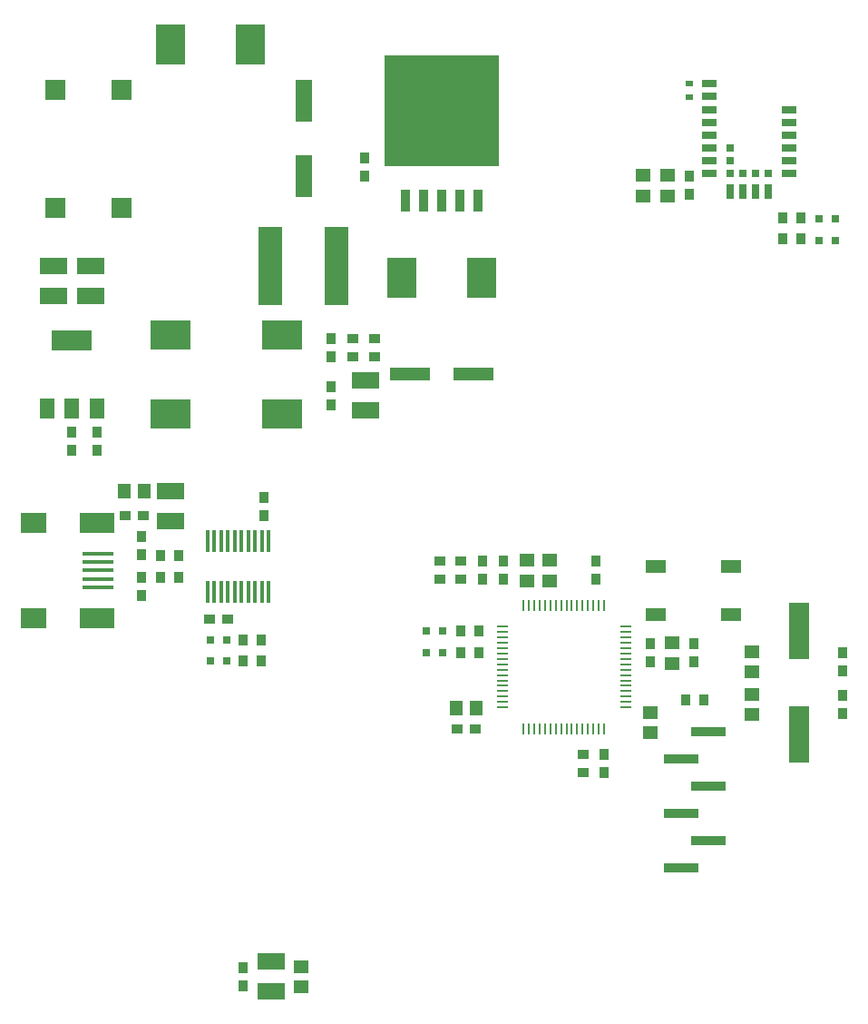
<source format=gtp>
G04 EAGLE Gerber RS-274X export*
G75*
%MOMM*%
%FSLAX34Y34*%
%LPD*%
%INSolderpaste Top*%
%IPPOS*%
%AMOC8*
5,1,8,0,0,1.08239X$1,22.5*%
G01*
%ADD10R,1.100000X0.200000*%
%ADD11R,0.200000X1.100000*%
%ADD12R,1.000000X0.900000*%
%ADD13R,1.200000X1.400000*%
%ADD14R,1.400000X1.200000*%
%ADD15R,0.900000X1.000000*%
%ADD16R,1.830400X5.234000*%
%ADD17R,1.400000X1.900000*%
%ADD18R,3.700000X1.900000*%
%ADD19R,2.400000X1.900000*%
%ADD20R,3.200000X1.900000*%
%ADD21R,3.000000X0.400000*%
%ADD22R,2.600000X1.500000*%
%ADD23R,1.900000X1.200000*%
%ADD24R,1.900000X1.900000*%
%ADD25R,3.202000X0.916000*%
%ADD26R,0.700000X0.700000*%
%ADD27R,10.700000X10.310000*%
%ADD28R,0.966800X2.059000*%
%ADD29R,2.300000X7.400000*%
%ADD30R,3.700000X1.300000*%
%ADD31R,2.700000X3.700000*%
%ADD32R,1.500000X3.900000*%
%ADD33R,3.700000X2.700000*%
%ADD34R,0.300000X2.150000*%
%ADD35R,1.400000X0.700000*%
%ADD36R,0.700000X1.400000*%
%ADD37R,0.800000X0.600000*%


D10*
X587500Y291500D03*
X587500Y296500D03*
X587500Y301500D03*
X587500Y306500D03*
X587500Y311500D03*
X587500Y316500D03*
X587500Y321500D03*
X587500Y326500D03*
X587500Y331500D03*
X587500Y336500D03*
X587500Y341500D03*
X587500Y346500D03*
X587500Y351500D03*
X587500Y356500D03*
X587500Y361500D03*
X587500Y366500D03*
D11*
X567500Y386500D03*
X562500Y386500D03*
X557500Y386500D03*
X552500Y386500D03*
X547500Y386500D03*
X542500Y386500D03*
X537500Y386500D03*
X532500Y386500D03*
X527500Y386500D03*
X522500Y386500D03*
X517500Y386500D03*
X512500Y386500D03*
X507500Y386500D03*
X502500Y386500D03*
X497500Y386500D03*
X492500Y386500D03*
D10*
X472500Y366500D03*
X472500Y361500D03*
X472500Y356500D03*
X472500Y351500D03*
X472500Y346500D03*
X472500Y341500D03*
X472500Y336500D03*
X472500Y331500D03*
X472500Y326500D03*
X472500Y321500D03*
X472500Y316500D03*
X472500Y311500D03*
X472500Y306500D03*
X472500Y301500D03*
X472500Y296500D03*
X472500Y291500D03*
D11*
X492500Y271500D03*
X497500Y271500D03*
X502500Y271500D03*
X507500Y271500D03*
X512500Y271500D03*
X517500Y271500D03*
X522500Y271500D03*
X527500Y271500D03*
X532500Y271500D03*
X537500Y271500D03*
X542500Y271500D03*
X547500Y271500D03*
X552500Y271500D03*
X557500Y271500D03*
X562500Y271500D03*
X567500Y271500D03*
D12*
X447500Y271000D03*
X430500Y271000D03*
D13*
X448500Y291000D03*
X429500Y291000D03*
D14*
X706000Y284500D03*
X706000Y303500D03*
D15*
X611000Y350500D03*
X611000Y333500D03*
X560000Y410500D03*
X560000Y427500D03*
X474000Y410500D03*
X474000Y427500D03*
D14*
X706000Y343500D03*
X706000Y324500D03*
D15*
X790000Y285500D03*
X790000Y302500D03*
X568000Y247500D03*
X568000Y230500D03*
D14*
X496000Y428500D03*
X496000Y409500D03*
X517000Y409500D03*
X517000Y428500D03*
D15*
X790000Y342500D03*
X790000Y325500D03*
D16*
X750000Y265740D03*
X750000Y362260D03*
D15*
X651000Y350500D03*
X651000Y333500D03*
D12*
X548000Y230500D03*
X548000Y247500D03*
D14*
X611000Y286500D03*
X611000Y267500D03*
D17*
X48000Y570500D03*
X71000Y570500D03*
X94000Y570500D03*
D18*
X71000Y633500D03*
D19*
X35000Y374500D03*
X35000Y463500D03*
D20*
X94000Y374500D03*
X94000Y463500D03*
D21*
X95000Y435000D03*
X95000Y427000D03*
X95000Y419000D03*
X95000Y411000D03*
X95000Y403000D03*
D22*
X163000Y493000D03*
X163000Y465000D03*
X54000Y675000D03*
X54000Y703000D03*
X88000Y675000D03*
X88000Y703000D03*
D15*
X71000Y548500D03*
X71000Y531500D03*
X94000Y548500D03*
X94000Y531500D03*
D13*
X138500Y493000D03*
X119500Y493000D03*
D23*
X616000Y422500D03*
X686000Y422500D03*
X616000Y377500D03*
X686000Y377500D03*
D24*
X55500Y867000D03*
X117000Y867000D03*
X55500Y757000D03*
X117000Y757000D03*
D25*
X664700Y268700D03*
X639300Y243300D03*
X664700Y217900D03*
X639300Y192500D03*
X664700Y167100D03*
X639300Y141700D03*
D15*
X643500Y298000D03*
X660500Y298000D03*
D26*
X401500Y363000D03*
X416500Y363000D03*
X401500Y342000D03*
X416500Y342000D03*
D15*
X433500Y342000D03*
X450500Y342000D03*
X433500Y363000D03*
X450500Y363000D03*
D27*
X416000Y847400D03*
D28*
X381964Y764088D03*
X398982Y764088D03*
X416000Y764088D03*
X433018Y764088D03*
X450036Y764088D03*
D29*
X318000Y703000D03*
X256000Y703000D03*
D15*
X313000Y618500D03*
X313000Y635500D03*
D12*
X353000Y618500D03*
X353000Y635500D03*
X333000Y635500D03*
X333000Y618500D03*
D30*
X446000Y602000D03*
X386000Y602000D03*
D15*
X313000Y590500D03*
X313000Y573500D03*
D31*
X379000Y692000D03*
X453000Y692000D03*
D22*
X345000Y596000D03*
X345000Y568000D03*
D32*
X287000Y857500D03*
X287000Y786500D03*
D15*
X344000Y786500D03*
X344000Y803500D03*
D31*
X237000Y910000D03*
X163000Y910000D03*
D33*
X267000Y565000D03*
X267000Y639000D03*
X163000Y639000D03*
X163000Y565000D03*
D15*
X153500Y433000D03*
X170500Y433000D03*
X153500Y413000D03*
X170500Y413000D03*
X136000Y433500D03*
X136000Y450500D03*
X136000Y412500D03*
X136000Y395500D03*
D12*
X120500Y470000D03*
X137500Y470000D03*
D34*
X254575Y446750D03*
X248225Y446750D03*
X241875Y446750D03*
X235525Y446750D03*
X229175Y446750D03*
X222825Y446750D03*
X216475Y446750D03*
X210125Y446750D03*
X203775Y446750D03*
X197425Y446750D03*
X197425Y399250D03*
X203775Y399250D03*
X210125Y399250D03*
X216475Y399250D03*
X222825Y399250D03*
X229175Y399250D03*
X235525Y399250D03*
X241875Y399250D03*
X248225Y399250D03*
X254575Y399250D03*
D15*
X250000Y470500D03*
X250000Y487500D03*
D12*
X216500Y374000D03*
X199500Y374000D03*
D26*
X215500Y335000D03*
X200500Y335000D03*
X215500Y354000D03*
X200500Y354000D03*
D15*
X247500Y335000D03*
X230500Y335000D03*
X247500Y354000D03*
X230500Y354000D03*
D35*
X665500Y861000D03*
X665500Y849000D03*
X665500Y837000D03*
X665500Y825000D03*
X665500Y813000D03*
X665500Y801000D03*
X665500Y789000D03*
D36*
X685000Y772500D03*
X697000Y772500D03*
X709000Y772500D03*
X721000Y772500D03*
D35*
X740500Y789000D03*
X740500Y801000D03*
X740500Y813000D03*
X740500Y825000D03*
X740500Y837000D03*
X740500Y849000D03*
X665500Y873000D03*
D26*
X721000Y789000D03*
X709000Y789000D03*
X697000Y789000D03*
X685000Y789000D03*
X685000Y801000D03*
X685000Y813000D03*
D37*
X647000Y873500D03*
X647000Y860500D03*
D26*
X783500Y727000D03*
X768500Y727000D03*
X783500Y747000D03*
X768500Y747000D03*
D15*
X734500Y728000D03*
X751500Y728000D03*
X734500Y748000D03*
X751500Y748000D03*
D14*
X604000Y787500D03*
X604000Y768500D03*
D15*
X647000Y786500D03*
X647000Y769500D03*
D14*
X627000Y787500D03*
X627000Y768500D03*
D22*
X257000Y26300D03*
X257000Y54300D03*
D15*
X231000Y31800D03*
X231000Y48800D03*
D14*
X285000Y49800D03*
X285000Y30800D03*
D12*
X414000Y410500D03*
X414000Y427500D03*
X434000Y427500D03*
X434000Y410500D03*
D14*
X631000Y351500D03*
X631000Y332500D03*
D15*
X454000Y410500D03*
X454000Y427500D03*
M02*

</source>
